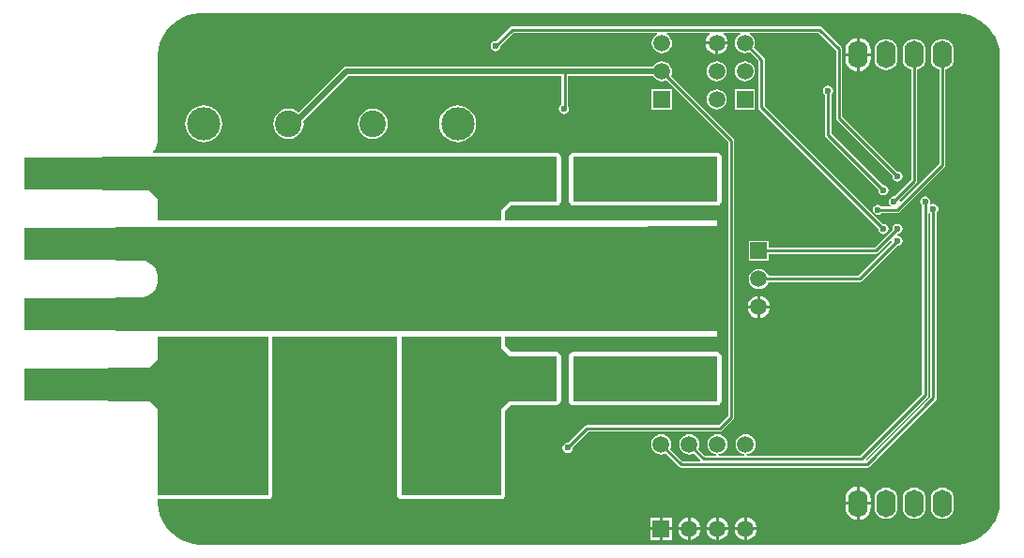
<source format=gbl>
G04*
G04 #@! TF.GenerationSoftware,Altium Limited,Altium Designer,18.1.9 (240)*
G04*
G04 Layer_Physical_Order=2*
G04 Layer_Color=16711680*
%FSLAX25Y25*%
%MOIN*%
G70*
G01*
G75*
%ADD13C,0.01000*%
%ADD51C,0.02000*%
%ADD52R,0.04921X0.11800*%
%ADD55C,0.02362*%
%ADD56R,0.05906X0.05906*%
%ADD57C,0.05906*%
%ADD58R,0.31496X0.11811*%
%ADD59C,0.09449*%
%ADD60C,0.11811*%
%ADD61O,0.18898X0.09449*%
%ADD62O,0.06890X0.09843*%
%ADD63R,0.04921X0.11806*%
%ADD64R,0.24606X0.37205*%
G36*
X149606Y27559D02*
X132874D01*
X129921Y24606D01*
Y20669D01*
X7874D01*
Y28543D01*
X4921Y31600D01*
X-11811D01*
Y43299D01*
X149606D01*
Y27559D01*
D02*
G37*
G36*
X291339Y94488D02*
X292371D01*
X294418Y94219D01*
X296411Y93684D01*
X298319Y92894D01*
X300107Y91862D01*
X301744Y90606D01*
X303204Y89146D01*
X304461Y87508D01*
X305493Y85720D01*
X306283Y83813D01*
X306817Y81819D01*
X307087Y79772D01*
Y78740D01*
X307087Y78740D01*
Y-78740D01*
X307087D01*
Y-79772D01*
X306817Y-81819D01*
X306283Y-83813D01*
X305493Y-85720D01*
X304461Y-87508D01*
X303204Y-89146D01*
X301744Y-90606D01*
X300107Y-91862D01*
X298319Y-92894D01*
X296411Y-93685D01*
X294418Y-94219D01*
X292371Y-94488D01*
X22590D01*
X20543Y-94219D01*
X18549Y-93685D01*
X16642Y-92894D01*
X14854Y-91862D01*
X13216Y-90606D01*
X11757Y-89146D01*
X10500Y-87508D01*
X9468Y-85720D01*
X8678Y-83813D01*
X8144Y-81819D01*
X7874Y-79772D01*
Y-78740D01*
X8021Y-78301D01*
X27263D01*
X27269Y-78302D01*
X36718D01*
X36724Y-78301D01*
X47244D01*
X47829Y-78185D01*
X48325Y-77853D01*
X48657Y-77357D01*
X48774Y-76772D01*
Y-20669D01*
X92959D01*
Y-76772D01*
X93075Y-77357D01*
X93407Y-77853D01*
X93903Y-78185D01*
X94488Y-78301D01*
X102066D01*
X102072Y-78302D01*
X111521D01*
X111527Y-78301D01*
X129921D01*
X130507Y-78185D01*
X131003Y-77853D01*
X131334Y-77357D01*
X131451Y-76772D01*
X131451Y-46986D01*
X133506Y-44931D01*
X149248Y-44978D01*
X149249Y-44978D01*
X149250Y-44978D01*
X149542Y-44921D01*
X149833Y-44864D01*
X149834Y-44863D01*
X149835Y-44863D01*
X150083Y-44698D01*
X150330Y-44534D01*
X150331Y-44533D01*
X150332Y-44532D01*
X150686Y-44179D01*
X150687Y-44178D01*
X150688Y-44177D01*
X150852Y-43931D01*
X151018Y-43683D01*
X151019Y-43682D01*
X151019Y-43681D01*
X151077Y-43390D01*
X151136Y-43098D01*
X151135Y-43097D01*
X151136Y-43096D01*
Y-27559D01*
X151019Y-26974D01*
X150688Y-26478D01*
X150191Y-26146D01*
X149606Y-26030D01*
X133508D01*
X131451Y-23973D01*
X131451Y-20669D01*
X206693D01*
Y-18504D01*
X200360Y-18502D01*
X200182Y-18001D01*
X200907Y-17406D01*
X201769Y-16355D01*
X202411Y-15155D01*
X202806Y-13854D01*
X202890Y-13000D01*
X196000D01*
X189110D01*
X189194Y-13854D01*
X189589Y-15155D01*
X190231Y-16355D01*
X191094Y-17406D01*
X191815Y-17998D01*
X191636Y-18498D01*
X2547Y-18428D01*
X1969Y-18400D01*
Y-18400D01*
X-6874D01*
Y-13000D01*
X-23622D01*
Y-12000D01*
X-6874D01*
Y-6600D01*
X1969D01*
X2547Y-6572D01*
X3683Y-6346D01*
X4752Y-5903D01*
X5715Y-5260D01*
X6533Y-4441D01*
X7177Y-3478D01*
X7620Y-2409D01*
X7846Y-1273D01*
X7874Y-695D01*
X7874Y-695D01*
Y695D01*
X7874D01*
X7874Y695D01*
X7846Y1273D01*
X7620Y2409D01*
X7177Y3478D01*
X6533Y4441D01*
X5715Y5260D01*
X4752Y5903D01*
X3683Y6346D01*
X2547Y6572D01*
X1969Y6600D01*
Y6600D01*
X-6874D01*
Y12000D01*
X-23622D01*
Y13000D01*
X-6874D01*
Y18400D01*
X1969D01*
X2547Y18428D01*
X191636Y18498D01*
X191815Y17998D01*
X191094Y17407D01*
X190231Y16355D01*
X189589Y15155D01*
X189194Y13854D01*
X189110Y13000D01*
X196000D01*
X202890D01*
X202806Y13854D01*
X202411Y15155D01*
X201769Y16355D01*
X200907Y17407D01*
X200182Y18001D01*
X200360Y18502D01*
X206693Y18504D01*
Y20669D01*
X131451D01*
X131451Y20669D01*
Y23973D01*
X133508Y26030D01*
X149606D01*
X150191Y26146D01*
X150688Y26478D01*
X151019Y26974D01*
X151136Y27559D01*
Y43299D01*
X151019Y43885D01*
X150688Y44381D01*
X150191Y44712D01*
X149606Y44829D01*
X6456D01*
X6265Y45291D01*
X6533Y45559D01*
X7177Y46522D01*
X7620Y47591D01*
X7846Y48727D01*
X7874Y49305D01*
X7874D01*
Y78740D01*
X7874Y79772D01*
X8144Y81819D01*
X8678Y83813D01*
X9468Y85720D01*
X10500Y87508D01*
X11757Y89146D01*
X13216Y90606D01*
X14854Y91862D01*
X16642Y92894D01*
X18549Y93684D01*
X20543Y94219D01*
X22590Y94488D01*
X23622D01*
Y94488D01*
X291339D01*
X291339Y94488D01*
D02*
G37*
G36*
X129921Y-24606D02*
X132874Y-27559D01*
X149606D01*
Y-43096D01*
X149252Y-43449D01*
X132874Y-43400D01*
X129921Y-46353D01*
X129921Y-76772D01*
X94488D01*
Y-20669D01*
X129921D01*
X129921Y-24606D01*
D02*
G37*
G36*
X47244Y-76772D02*
X7874D01*
Y-46260D01*
X4921Y-43387D01*
X-9843D01*
Y-31600D01*
X4921D01*
X7874Y-28543D01*
Y-20669D01*
X47244D01*
Y-76772D01*
D02*
G37*
%LPC*%
G36*
X257154Y85618D02*
Y80224D01*
X261137D01*
Y81201D01*
X260984Y82361D01*
X260536Y83442D01*
X259824Y84371D01*
X258895Y85083D01*
X257814Y85531D01*
X257154Y85618D01*
D02*
G37*
G36*
X256154D02*
X255493Y85531D01*
X254412Y85083D01*
X253484Y84371D01*
X252771Y83442D01*
X252323Y82361D01*
X252170Y81201D01*
Y80224D01*
X256154D01*
Y85618D01*
D02*
G37*
G36*
X210456Y83319D02*
X207035D01*
Y79898D01*
X207567Y79968D01*
X208529Y80366D01*
X209355Y81000D01*
X209988Y81826D01*
X210386Y82787D01*
X210456Y83319D01*
D02*
G37*
G36*
X206035D02*
X202614D01*
X202684Y82787D01*
X203083Y81826D01*
X203716Y81000D01*
X204542Y80366D01*
X205504Y79968D01*
X206035Y79898D01*
Y83319D01*
D02*
G37*
G36*
X266654Y85281D02*
X265598Y85142D01*
X264614Y84734D01*
X263769Y84086D01*
X263120Y83241D01*
X262713Y82257D01*
X262574Y81201D01*
Y78248D01*
X262713Y77192D01*
X263120Y76208D01*
X263769Y75363D01*
X264614Y74715D01*
X265598Y74307D01*
X266654Y74168D01*
X267709Y74307D01*
X268693Y74715D01*
X269538Y75363D01*
X270187Y76208D01*
X270594Y77192D01*
X270733Y78248D01*
Y81201D01*
X270594Y82257D01*
X270187Y83241D01*
X269538Y84086D01*
X268693Y84734D01*
X267709Y85142D01*
X266654Y85281D01*
D02*
G37*
G36*
X261137Y79224D02*
X257154D01*
Y73831D01*
X257814Y73918D01*
X258895Y74366D01*
X259824Y75078D01*
X260536Y76006D01*
X260984Y77088D01*
X261137Y78248D01*
Y79224D01*
D02*
G37*
G36*
X256154D02*
X252170D01*
Y78248D01*
X252323Y77088D01*
X252771Y76006D01*
X253484Y75078D01*
X254412Y74366D01*
X255493Y73918D01*
X256154Y73831D01*
Y79224D01*
D02*
G37*
G36*
X216535Y77402D02*
X215608Y77280D01*
X214744Y76922D01*
X214002Y76353D01*
X213432Y75611D01*
X213074Y74746D01*
X212952Y73819D01*
X213074Y72891D01*
X213432Y72027D01*
X214002Y71285D01*
X214744Y70716D01*
X215608Y70358D01*
X216535Y70236D01*
X217463Y70358D01*
X218327Y70716D01*
X219069Y71285D01*
X219639Y72027D01*
X219997Y72891D01*
X220119Y73819D01*
X219997Y74746D01*
X219639Y75611D01*
X219069Y76353D01*
X218327Y76922D01*
X217463Y77280D01*
X216535Y77402D01*
D02*
G37*
G36*
X206535D02*
X205608Y77280D01*
X204744Y76922D01*
X204002Y76353D01*
X203432Y75611D01*
X203074Y74746D01*
X202952Y73819D01*
X203074Y72891D01*
X203432Y72027D01*
X204002Y71285D01*
X204744Y70716D01*
X205608Y70358D01*
X206535Y70236D01*
X207463Y70358D01*
X208327Y70716D01*
X209069Y71285D01*
X209639Y72027D01*
X209997Y72891D01*
X210119Y73819D01*
X209997Y74746D01*
X209639Y75611D01*
X209069Y76353D01*
X208327Y76922D01*
X207463Y77280D01*
X206535Y77402D01*
D02*
G37*
G36*
X220088Y67372D02*
X212983D01*
Y60266D01*
X220088D01*
Y67372D01*
D02*
G37*
G36*
X190561D02*
X183455D01*
Y60266D01*
X190561D01*
Y67372D01*
D02*
G37*
G36*
X206535Y67402D02*
X205608Y67280D01*
X204744Y66922D01*
X204002Y66353D01*
X203432Y65611D01*
X203074Y64746D01*
X202952Y63819D01*
X203074Y62891D01*
X203432Y62027D01*
X204002Y61285D01*
X204744Y60716D01*
X205608Y60358D01*
X206535Y60236D01*
X207463Y60358D01*
X208327Y60716D01*
X209069Y61285D01*
X209639Y62027D01*
X209997Y62891D01*
X210119Y63819D01*
X209997Y64746D01*
X209639Y65611D01*
X209069Y66353D01*
X208327Y66922D01*
X207463Y67280D01*
X206535Y67402D01*
D02*
G37*
G36*
X84355Y60488D02*
X82965Y60306D01*
X81670Y59769D01*
X80558Y58916D01*
X79705Y57803D01*
X79168Y56508D01*
X78985Y55118D01*
X79168Y53728D01*
X79705Y52433D01*
X80558Y51321D01*
X81670Y50467D01*
X82965Y49931D01*
X84355Y49748D01*
X85745Y49931D01*
X87041Y50467D01*
X88153Y51321D01*
X89006Y52433D01*
X89543Y53728D01*
X89726Y55118D01*
X89543Y56508D01*
X89006Y57803D01*
X88153Y58916D01*
X87041Y59769D01*
X85745Y60306D01*
X84355Y60488D01*
D02*
G37*
G36*
X114473Y61655D02*
X113198Y61529D01*
X111972Y61158D01*
X110842Y60553D01*
X109851Y59741D01*
X109038Y58750D01*
X108434Y57620D01*
X108062Y56393D01*
X107937Y55118D01*
X108062Y53843D01*
X108434Y52617D01*
X109038Y51486D01*
X109851Y50496D01*
X110842Y49683D01*
X111972Y49079D01*
X113198Y48707D01*
X114473Y48581D01*
X115749Y48707D01*
X116975Y49079D01*
X118105Y49683D01*
X119096Y50496D01*
X119909Y51486D01*
X120513Y52617D01*
X120885Y53843D01*
X121010Y55118D01*
X120885Y56393D01*
X120513Y57620D01*
X119909Y58750D01*
X119096Y59741D01*
X118105Y60553D01*
X116975Y61158D01*
X115749Y61529D01*
X114473Y61655D01*
D02*
G37*
G36*
X24316D02*
X23041Y61529D01*
X21814Y61158D01*
X20684Y60553D01*
X19694Y59741D01*
X18881Y58750D01*
X18277Y57620D01*
X17905Y56393D01*
X17779Y55118D01*
X17905Y53843D01*
X18277Y52617D01*
X18881Y51486D01*
X19694Y50496D01*
X20684Y49683D01*
X21814Y49079D01*
X23041Y48707D01*
X24316Y48581D01*
X25591Y48707D01*
X26818Y49079D01*
X27948Y49683D01*
X28938Y50496D01*
X29751Y51486D01*
X30356Y52617D01*
X30727Y53843D01*
X30853Y55118D01*
X30727Y56393D01*
X30356Y57620D01*
X29751Y58750D01*
X28938Y59741D01*
X27948Y60553D01*
X26818Y61158D01*
X25591Y61529D01*
X24316Y61655D01*
D02*
G37*
G36*
X243110Y89704D02*
X243110Y89704D01*
X133858D01*
X133429Y89619D01*
X133065Y89376D01*
X133065Y89376D01*
X128145Y84455D01*
X127953Y84493D01*
X127258Y84355D01*
X126669Y83961D01*
X126275Y83372D01*
X126137Y82677D01*
X126275Y81982D01*
X126669Y81393D01*
X127258Y80999D01*
X127953Y80861D01*
X128648Y80999D01*
X129237Y81393D01*
X129630Y81982D01*
X129769Y82677D01*
X129731Y82869D01*
X134323Y87461D01*
X185211D01*
X185310Y86961D01*
X185216Y86922D01*
X184474Y86353D01*
X183905Y85611D01*
X183547Y84746D01*
X183424Y83819D01*
X183547Y82891D01*
X183905Y82027D01*
X184474Y81285D01*
X185216Y80716D01*
X186080Y80358D01*
X187008Y80235D01*
X187935Y80358D01*
X188800Y80716D01*
X189542Y81285D01*
X190111Y82027D01*
X190469Y82891D01*
X190591Y83819D01*
X190469Y84746D01*
X190111Y85611D01*
X189542Y86353D01*
X188800Y86922D01*
X188706Y86961D01*
X188805Y87461D01*
X203968D01*
X204137Y86961D01*
X203716Y86638D01*
X203083Y85812D01*
X202684Y84851D01*
X202614Y84319D01*
X206535D01*
X210456D01*
X210386Y84851D01*
X209988Y85812D01*
X209355Y86638D01*
X208933Y86961D01*
X209103Y87461D01*
X214738D01*
X214838Y86961D01*
X214744Y86922D01*
X214002Y86353D01*
X213432Y85611D01*
X213074Y84746D01*
X212952Y83819D01*
X213074Y82891D01*
X213432Y82027D01*
X214002Y81285D01*
X214744Y80716D01*
X215608Y80358D01*
X216535Y80235D01*
X217463Y80358D01*
X218133Y80635D01*
X221319Y77449D01*
Y61024D01*
X221319Y61024D01*
X221405Y60594D01*
X221648Y60231D01*
X263970Y17908D01*
X263932Y17717D01*
X264070Y17022D01*
X264464Y16432D01*
X265053Y16039D01*
X265748Y15901D01*
X266443Y16039D01*
X267032Y16432D01*
X267426Y17022D01*
X267564Y17717D01*
X267426Y18411D01*
X267032Y19001D01*
X266443Y19394D01*
X265748Y19533D01*
X265556Y19494D01*
X223563Y61488D01*
Y77913D01*
X223477Y78343D01*
X223234Y78706D01*
X223234Y78707D01*
X219719Y82221D01*
X219997Y82891D01*
X220119Y83819D01*
X219997Y84746D01*
X219639Y85611D01*
X219069Y86353D01*
X218327Y86922D01*
X218233Y86961D01*
X218333Y87461D01*
X242646D01*
X248879Y81228D01*
Y57087D01*
X248878Y57087D01*
X248964Y56657D01*
X249207Y56294D01*
X268891Y36609D01*
X268853Y36417D01*
X268991Y35722D01*
X269385Y35133D01*
X269974Y34740D01*
X270669Y34601D01*
X271364Y34740D01*
X271953Y35133D01*
X272347Y35722D01*
X272485Y36417D01*
X272347Y37112D01*
X271953Y37701D01*
X271364Y38095D01*
X270669Y38233D01*
X270478Y38195D01*
X251121Y57551D01*
Y81693D01*
X251122Y81693D01*
X251036Y82122D01*
X250793Y82486D01*
X250793Y82486D01*
X243903Y89376D01*
X243539Y89619D01*
X243110Y89704D01*
D02*
G37*
G36*
X246063Y68745D02*
X245368Y68607D01*
X244779Y68213D01*
X244385Y67624D01*
X244247Y66929D01*
X244385Y66234D01*
X244779Y65645D01*
X244941Y65536D01*
Y51181D01*
X244941Y51181D01*
X245027Y50752D01*
X245270Y50388D01*
X263970Y31688D01*
X263932Y31496D01*
X264070Y30801D01*
X264464Y30212D01*
X265053Y29818D01*
X265748Y29680D01*
X266443Y29818D01*
X267032Y30212D01*
X267426Y30801D01*
X267564Y31496D01*
X267426Y32191D01*
X267032Y32780D01*
X266443Y33174D01*
X265748Y33312D01*
X265556Y33274D01*
X247184Y51646D01*
Y65536D01*
X247347Y65645D01*
X247741Y66234D01*
X247879Y66929D01*
X247741Y67624D01*
X247347Y68213D01*
X246758Y68607D01*
X246063Y68745D01*
D02*
G37*
G36*
X286654Y85281D02*
X285598Y85142D01*
X284614Y84734D01*
X283769Y84086D01*
X283120Y83241D01*
X282713Y82257D01*
X282574Y81201D01*
Y78248D01*
X282713Y77192D01*
X283120Y76208D01*
X283769Y75363D01*
X284614Y74715D01*
X285532Y74335D01*
Y41055D01*
X271917Y27440D01*
X271390Y27621D01*
X271355Y27902D01*
X277447Y33993D01*
X277690Y34357D01*
X277775Y34786D01*
X277775Y34786D01*
Y74335D01*
X278694Y74715D01*
X279538Y75363D01*
X280187Y76208D01*
X280594Y77192D01*
X280733Y78248D01*
Y81201D01*
X280594Y82257D01*
X280187Y83241D01*
X279538Y84086D01*
X278694Y84734D01*
X277710Y85142D01*
X276654Y85281D01*
X275598Y85142D01*
X274614Y84734D01*
X273769Y84086D01*
X273120Y83241D01*
X272713Y82257D01*
X272574Y81201D01*
Y78248D01*
X272713Y77192D01*
X273120Y76208D01*
X273769Y75363D01*
X274614Y74715D01*
X275532Y74335D01*
Y35251D01*
X269618Y29337D01*
X269426Y29375D01*
X268731Y29237D01*
X268142Y28843D01*
X267749Y28254D01*
X267610Y27559D01*
X267749Y26864D01*
X268142Y26275D01*
X268213Y26228D01*
X268061Y25728D01*
X265172D01*
X265064Y25890D01*
X264475Y26284D01*
X263779Y26422D01*
X263085Y26284D01*
X262495Y25890D01*
X262102Y25301D01*
X261964Y24606D01*
X262102Y23911D01*
X262495Y23322D01*
X263085Y22929D01*
X263779Y22790D01*
X264475Y22929D01*
X265064Y23322D01*
X265172Y23485D01*
X270669D01*
X270669Y23485D01*
X271098Y23570D01*
X271462Y23813D01*
X287447Y39797D01*
X287690Y40161D01*
X287775Y40591D01*
X287775Y40591D01*
Y74335D01*
X288693Y74715D01*
X289538Y75363D01*
X290187Y76208D01*
X290594Y77192D01*
X290733Y78248D01*
Y81201D01*
X290594Y82257D01*
X290187Y83241D01*
X289538Y84086D01*
X288693Y84734D01*
X287709Y85142D01*
X286654Y85281D01*
D02*
G37*
G36*
X196000Y44941D02*
X195879Y44929D01*
X155610D01*
X155025Y44813D01*
X154529Y44481D01*
X154197Y43985D01*
X154081Y43400D01*
Y27559D01*
X154197Y26974D01*
X154529Y26478D01*
X155025Y26146D01*
X155610Y26030D01*
X206693D01*
X207278Y26146D01*
X207774Y26478D01*
X208106Y26974D01*
X208222Y27559D01*
Y43400D01*
X208106Y43985D01*
X207774Y44481D01*
X207278Y44813D01*
X206693Y44929D01*
X196122D01*
X196000Y44941D01*
D02*
G37*
G36*
X270669Y19533D02*
X269974Y19394D01*
X269385Y19001D01*
X268991Y18411D01*
X268853Y17717D01*
X268891Y17525D01*
X262488Y11122D01*
X225009D01*
Y13553D01*
X217904D01*
Y6447D01*
X225009D01*
Y8878D01*
X262953D01*
X262953Y8878D01*
X263382Y8964D01*
X263746Y9207D01*
X268264Y13725D01*
X268764Y13518D01*
X268798Y13186D01*
X256734Y1122D01*
X224838D01*
X224560Y1792D01*
X223991Y2534D01*
X223248Y3103D01*
X222384Y3461D01*
X221457Y3583D01*
X220529Y3461D01*
X219665Y3103D01*
X218923Y2534D01*
X218353Y1792D01*
X217995Y927D01*
X217873Y0D01*
X217995Y-927D01*
X218353Y-1792D01*
X218923Y-2534D01*
X219665Y-3103D01*
X220529Y-3461D01*
X221457Y-3583D01*
X222384Y-3461D01*
X223248Y-3103D01*
X223991Y-2534D01*
X224560Y-1792D01*
X224838Y-1122D01*
X257199D01*
X257199Y-1122D01*
X257628Y-1036D01*
X257992Y-793D01*
X270478Y11693D01*
X270669Y11655D01*
X271364Y11793D01*
X271953Y12187D01*
X272347Y12776D01*
X272485Y13471D01*
X272347Y14166D01*
X271953Y14755D01*
X271364Y15148D01*
X270861Y15249D01*
X270608Y15678D01*
X270593Y15773D01*
X270643Y15856D01*
X270715Y15910D01*
X271364Y16039D01*
X271953Y16432D01*
X272347Y17022D01*
X272485Y17717D01*
X272347Y18411D01*
X271953Y19001D01*
X271364Y19394D01*
X270669Y19533D01*
D02*
G37*
G36*
X195500Y12000D02*
X189110D01*
X189194Y11146D01*
X189589Y9845D01*
X190231Y8645D01*
X191094Y7593D01*
X192145Y6730D01*
X193345Y6089D01*
X194646Y5694D01*
X195500Y5610D01*
Y12000D01*
D02*
G37*
G36*
X202890D02*
X196500D01*
Y5610D01*
X197354Y5694D01*
X198655Y6089D01*
X199855Y6730D01*
X200907Y7593D01*
X201769Y8645D01*
X202411Y9845D01*
X202806Y11146D01*
X202890Y12000D01*
D02*
G37*
G36*
X221957Y-6079D02*
Y-9500D01*
X225378D01*
X225308Y-8968D01*
X224909Y-8007D01*
X224276Y-7181D01*
X223450Y-6547D01*
X222489Y-6149D01*
X221957Y-6079D01*
D02*
G37*
G36*
X220957D02*
X220425Y-6149D01*
X219463Y-6547D01*
X218638Y-7181D01*
X218004Y-8007D01*
X217606Y-8968D01*
X217536Y-9500D01*
X220957D01*
Y-6079D01*
D02*
G37*
G36*
X196500Y-5610D02*
Y-12000D01*
X202890D01*
X202806Y-11146D01*
X202411Y-9845D01*
X201769Y-8645D01*
X200907Y-7593D01*
X199855Y-6730D01*
X198655Y-6089D01*
X197354Y-5694D01*
X196500Y-5610D01*
D02*
G37*
G36*
X195500Y-5610D02*
X194646Y-5694D01*
X193345Y-6089D01*
X192145Y-6730D01*
X191094Y-7593D01*
X190231Y-8645D01*
X189589Y-9845D01*
X189194Y-11146D01*
X189110Y-12000D01*
X195500D01*
Y-5610D01*
D02*
G37*
G36*
X220957Y-10500D02*
X217536D01*
X217606Y-11032D01*
X218004Y-11993D01*
X218638Y-12819D01*
X219463Y-13453D01*
X220425Y-13851D01*
X220957Y-13921D01*
Y-10500D01*
D02*
G37*
G36*
X225378D02*
X221957D01*
Y-13921D01*
X222489Y-13851D01*
X223450Y-13453D01*
X224276Y-12819D01*
X224909Y-11993D01*
X225308Y-11032D01*
X225378Y-10500D01*
D02*
G37*
G36*
X206693Y-26030D02*
X155512D01*
X154927Y-26146D01*
X154430Y-26478D01*
X154099Y-26974D01*
X153982Y-27559D01*
Y-43400D01*
X154099Y-43985D01*
X154430Y-44481D01*
X154927Y-44813D01*
X155512Y-44929D01*
X195879D01*
X196000Y-44941D01*
X196121Y-44929D01*
X206693D01*
X207278Y-44813D01*
X207774Y-44481D01*
X208106Y-43985D01*
X208222Y-43400D01*
Y-27559D01*
X208106Y-26974D01*
X207774Y-26478D01*
X207278Y-26146D01*
X206693Y-26030D01*
D02*
G37*
G36*
X187008Y77402D02*
X186080Y77280D01*
X185216Y76922D01*
X184474Y76353D01*
X183905Y75611D01*
X183838Y75450D01*
X75000D01*
X74376Y75326D01*
X73847Y74972D01*
X57982Y59107D01*
X57119Y59769D01*
X55824Y60306D01*
X54434Y60488D01*
X53044Y60306D01*
X51749Y59769D01*
X50637Y58916D01*
X49783Y57803D01*
X49247Y56508D01*
X49064Y55118D01*
X49247Y53728D01*
X49783Y52433D01*
X50637Y51321D01*
X51749Y50467D01*
X53044Y49931D01*
X54434Y49748D01*
X55824Y49931D01*
X57119Y50467D01*
X58232Y51321D01*
X59085Y52433D01*
X59622Y53728D01*
X59805Y55118D01*
X59665Y56177D01*
X75676Y72188D01*
X151437D01*
Y61925D01*
X150980Y61619D01*
X150586Y61030D01*
X150448Y60335D01*
X150586Y59640D01*
X150980Y59051D01*
X151569Y58657D01*
X152264Y58519D01*
X152959Y58657D01*
X153548Y59051D01*
X153942Y59640D01*
X154080Y60335D01*
X153942Y61030D01*
X153681Y61420D01*
Y72188D01*
X183838D01*
X183905Y72027D01*
X184474Y71285D01*
X185216Y70716D01*
X186080Y70358D01*
X187008Y70236D01*
X187935Y70358D01*
X188605Y70635D01*
X210493Y48748D01*
Y-48748D01*
X207213Y-52028D01*
X160433D01*
X160004Y-52113D01*
X159640Y-52357D01*
X159640Y-52357D01*
X153735Y-58262D01*
X153543Y-58223D01*
X152848Y-58362D01*
X152259Y-58755D01*
X151866Y-59344D01*
X151727Y-60039D01*
X151866Y-60734D01*
X152259Y-61323D01*
X152848Y-61717D01*
X153543Y-61855D01*
X154238Y-61717D01*
X154827Y-61323D01*
X155221Y-60734D01*
X155359Y-60039D01*
X155321Y-59848D01*
X160898Y-54271D01*
X207677D01*
X207677Y-54271D01*
X208106Y-54186D01*
X208470Y-53943D01*
X212407Y-50006D01*
X212407Y-50006D01*
X212650Y-49642D01*
X212736Y-49213D01*
Y49213D01*
X212650Y49642D01*
X212407Y50006D01*
X212407Y50006D01*
X190192Y72221D01*
X190469Y72891D01*
X190591Y73819D01*
X190469Y74746D01*
X190111Y75611D01*
X189542Y76353D01*
X188800Y76922D01*
X187935Y77280D01*
X187008Y77402D01*
D02*
G37*
G36*
X280512Y29375D02*
X279817Y29237D01*
X279228Y28843D01*
X278834Y28254D01*
X278696Y27559D01*
X278834Y26864D01*
X279228Y26275D01*
X279390Y26166D01*
Y-40874D01*
X257409Y-62855D01*
X217165D01*
X217132Y-62355D01*
X217699Y-62280D01*
X218563Y-61922D01*
X219305Y-61353D01*
X219875Y-60611D01*
X220233Y-59746D01*
X220355Y-58819D01*
X220233Y-57891D01*
X219875Y-57027D01*
X219305Y-56285D01*
X218563Y-55716D01*
X217699Y-55358D01*
X216772Y-55235D01*
X215844Y-55358D01*
X214980Y-55716D01*
X214238Y-56285D01*
X213668Y-57027D01*
X213310Y-57891D01*
X213188Y-58819D01*
X213310Y-59746D01*
X213668Y-60611D01*
X214238Y-61353D01*
X214980Y-61922D01*
X215844Y-62280D01*
X216411Y-62355D01*
X216378Y-62855D01*
X207165D01*
X207132Y-62355D01*
X207699Y-62280D01*
X208563Y-61922D01*
X209306Y-61353D01*
X209875Y-60611D01*
X210233Y-59746D01*
X210355Y-58819D01*
X210233Y-57891D01*
X209875Y-57027D01*
X209306Y-56285D01*
X208563Y-55716D01*
X207699Y-55358D01*
X206772Y-55235D01*
X205844Y-55358D01*
X204980Y-55716D01*
X204238Y-56285D01*
X203668Y-57027D01*
X203310Y-57891D01*
X203188Y-58819D01*
X203310Y-59746D01*
X203668Y-60611D01*
X204238Y-61353D01*
X204980Y-61922D01*
X205844Y-62280D01*
X206411Y-62355D01*
X206378Y-62855D01*
X202394D01*
X199955Y-60417D01*
X200233Y-59746D01*
X200355Y-58819D01*
X200233Y-57891D01*
X199875Y-57027D01*
X199305Y-56285D01*
X198563Y-55716D01*
X197699Y-55358D01*
X196772Y-55235D01*
X195844Y-55358D01*
X194980Y-55716D01*
X194238Y-56285D01*
X193668Y-57027D01*
X193310Y-57891D01*
X193188Y-58819D01*
X193310Y-59746D01*
X193668Y-60611D01*
X194238Y-61353D01*
X194980Y-61922D01*
X195844Y-62280D01*
X196772Y-62402D01*
X197699Y-62280D01*
X198369Y-62003D01*
X200690Y-64323D01*
X200483Y-64823D01*
X194362D01*
X189955Y-60417D01*
X190233Y-59746D01*
X190355Y-58819D01*
X190233Y-57891D01*
X189875Y-57027D01*
X189305Y-56285D01*
X188563Y-55716D01*
X187699Y-55358D01*
X186772Y-55235D01*
X185844Y-55358D01*
X184980Y-55716D01*
X184238Y-56285D01*
X183668Y-57027D01*
X183310Y-57891D01*
X183188Y-58819D01*
X183310Y-59746D01*
X183668Y-60611D01*
X184238Y-61353D01*
X184980Y-61922D01*
X185844Y-62280D01*
X186772Y-62402D01*
X187699Y-62280D01*
X188369Y-62003D01*
X193105Y-66738D01*
X193105Y-66738D01*
X193468Y-66981D01*
X193898Y-67066D01*
X193898Y-67066D01*
X259842D01*
X259842Y-67066D01*
X260272Y-66981D01*
X260636Y-66738D01*
X284258Y-43116D01*
X284258Y-43116D01*
X284501Y-42752D01*
X284586Y-42323D01*
Y23522D01*
X284749Y23631D01*
X285142Y24220D01*
X285281Y24915D01*
X285142Y25610D01*
X284749Y26199D01*
X284159Y26593D01*
X283465Y26731D01*
X282770Y26593D01*
X282481Y26400D01*
X282120Y26760D01*
X282190Y26864D01*
X282328Y27559D01*
X282190Y28254D01*
X281796Y28843D01*
X281207Y29237D01*
X280512Y29375D01*
D02*
G37*
G36*
X257154Y-73831D02*
Y-79224D01*
X261137D01*
Y-78248D01*
X260984Y-77088D01*
X260536Y-76006D01*
X259824Y-75078D01*
X258895Y-74365D01*
X257814Y-73918D01*
X257154Y-73831D01*
D02*
G37*
G36*
X256154Y-73831D02*
X255493Y-73918D01*
X254412Y-74365D01*
X253484Y-75078D01*
X252771Y-76006D01*
X252323Y-77088D01*
X252170Y-78248D01*
Y-79224D01*
X256154D01*
Y-73831D01*
D02*
G37*
G36*
X286654Y-74168D02*
X285598Y-74307D01*
X284614Y-74715D01*
X283769Y-75363D01*
X283120Y-76208D01*
X282713Y-77192D01*
X282574Y-78248D01*
Y-81201D01*
X282713Y-82257D01*
X283120Y-83241D01*
X283769Y-84086D01*
X284614Y-84734D01*
X285598Y-85141D01*
X286654Y-85281D01*
X287710Y-85141D01*
X288694Y-84734D01*
X289539Y-84086D01*
X290187Y-83241D01*
X290595Y-82257D01*
X290734Y-81201D01*
Y-78248D01*
X290595Y-77192D01*
X290187Y-76208D01*
X289539Y-75363D01*
X288694Y-74715D01*
X287710Y-74307D01*
X286654Y-74168D01*
D02*
G37*
G36*
X276654D02*
X275598Y-74307D01*
X274614Y-74715D01*
X273769Y-75363D01*
X273120Y-76208D01*
X272713Y-77192D01*
X272574Y-78248D01*
Y-81201D01*
X272713Y-82257D01*
X273120Y-83241D01*
X273769Y-84086D01*
X274614Y-84734D01*
X275598Y-85141D01*
X276654Y-85281D01*
X277710Y-85141D01*
X278694Y-84734D01*
X279538Y-84086D01*
X280187Y-83241D01*
X280594Y-82257D01*
X280733Y-81201D01*
Y-78248D01*
X280594Y-77192D01*
X280187Y-76208D01*
X279538Y-75363D01*
X278694Y-74715D01*
X277710Y-74307D01*
X276654Y-74168D01*
D02*
G37*
G36*
X266654D02*
X265598Y-74307D01*
X264614Y-74715D01*
X263769Y-75363D01*
X263121Y-76208D01*
X262713Y-77192D01*
X262574Y-78248D01*
Y-81201D01*
X262713Y-82257D01*
X263121Y-83241D01*
X263769Y-84086D01*
X264614Y-84734D01*
X265598Y-85141D01*
X266654Y-85281D01*
X267710Y-85141D01*
X268694Y-84734D01*
X269538Y-84086D01*
X270187Y-83241D01*
X270595Y-82257D01*
X270733Y-81201D01*
Y-78248D01*
X270595Y-77192D01*
X270187Y-76208D01*
X269538Y-75363D01*
X268694Y-74715D01*
X267710Y-74307D01*
X266654Y-74168D01*
D02*
G37*
G36*
X261137Y-80224D02*
X257154D01*
Y-85618D01*
X257814Y-85531D01*
X258895Y-85083D01*
X259824Y-84371D01*
X260536Y-83442D01*
X260984Y-82361D01*
X261137Y-81201D01*
Y-80224D01*
D02*
G37*
G36*
X256154D02*
X252170D01*
Y-81201D01*
X252323Y-82361D01*
X252771Y-83442D01*
X253484Y-84371D01*
X254412Y-85083D01*
X255493Y-85531D01*
X256154Y-85618D01*
Y-80224D01*
D02*
G37*
G36*
X217272Y-84898D02*
Y-88319D01*
X220693D01*
X220623Y-87787D01*
X220224Y-86826D01*
X219591Y-86000D01*
X218765Y-85366D01*
X217804Y-84968D01*
X217272Y-84898D01*
D02*
G37*
G36*
X207272D02*
Y-88319D01*
X210693D01*
X210623Y-87787D01*
X210224Y-86826D01*
X209591Y-86000D01*
X208765Y-85366D01*
X207804Y-84968D01*
X207272Y-84898D01*
D02*
G37*
G36*
X197272D02*
Y-88319D01*
X200693D01*
X200623Y-87787D01*
X200224Y-86826D01*
X199591Y-86000D01*
X198765Y-85366D01*
X197803Y-84968D01*
X197272Y-84898D01*
D02*
G37*
G36*
X190724Y-84866D02*
X187272D01*
Y-88319D01*
X190724D01*
Y-84866D01*
D02*
G37*
G36*
X216272Y-84898D02*
X215740Y-84968D01*
X214778Y-85366D01*
X213952Y-86000D01*
X213319Y-86826D01*
X212921Y-87787D01*
X212851Y-88319D01*
X216272D01*
Y-84898D01*
D02*
G37*
G36*
X206272D02*
X205740Y-84968D01*
X204778Y-85366D01*
X203953Y-86000D01*
X203319Y-86826D01*
X202921Y-87787D01*
X202851Y-88319D01*
X206272D01*
Y-84898D01*
D02*
G37*
G36*
X196272D02*
X195740Y-84968D01*
X194778Y-85366D01*
X193953Y-86000D01*
X193319Y-86826D01*
X192921Y-87787D01*
X192851Y-88319D01*
X196272D01*
Y-84898D01*
D02*
G37*
G36*
X186272Y-84866D02*
X182819D01*
Y-88319D01*
X186272D01*
Y-84866D01*
D02*
G37*
G36*
X216272Y-89319D02*
X212851D01*
X212921Y-89851D01*
X213319Y-90812D01*
X213952Y-91638D01*
X214778Y-92272D01*
X215740Y-92670D01*
X216272Y-92740D01*
Y-89319D01*
D02*
G37*
G36*
X206272D02*
X202851D01*
X202921Y-89851D01*
X203319Y-90812D01*
X203953Y-91638D01*
X204778Y-92272D01*
X205740Y-92670D01*
X206272Y-92740D01*
Y-89319D01*
D02*
G37*
G36*
X196272D02*
X192851D01*
X192921Y-89851D01*
X193319Y-90812D01*
X193953Y-91638D01*
X194778Y-92272D01*
X195740Y-92670D01*
X196272Y-92740D01*
Y-89319D01*
D02*
G37*
G36*
X200693D02*
X197272D01*
Y-92740D01*
X197803Y-92670D01*
X198765Y-92272D01*
X199591Y-91638D01*
X200224Y-90812D01*
X200623Y-89851D01*
X200693Y-89319D01*
D02*
G37*
G36*
X220693D02*
X217272D01*
Y-92740D01*
X217804Y-92670D01*
X218765Y-92272D01*
X219591Y-91638D01*
X220224Y-90812D01*
X220623Y-89851D01*
X220693Y-89319D01*
D02*
G37*
G36*
X210693D02*
X207272D01*
Y-92740D01*
X207804Y-92670D01*
X208765Y-92272D01*
X209591Y-91638D01*
X210224Y-90812D01*
X210623Y-89851D01*
X210693Y-89319D01*
D02*
G37*
G36*
X190724D02*
X187272D01*
Y-92772D01*
X190724D01*
Y-89319D01*
D02*
G37*
G36*
X186272D02*
X182819D01*
Y-92772D01*
X186272D01*
Y-89319D01*
D02*
G37*
%LPD*%
G36*
X206693Y27559D02*
X155610D01*
Y43400D01*
X206693D01*
Y27559D01*
D02*
G37*
G36*
Y-43400D02*
X155512D01*
Y-27559D01*
X206693D01*
Y-43400D01*
D02*
G37*
G36*
X282343Y23276D02*
Y-41858D01*
X259720Y-64481D01*
X259672Y-64472D01*
X259507Y-63929D01*
X281305Y-42132D01*
X281305Y-42132D01*
X281548Y-41768D01*
X281633Y-41339D01*
Y23190D01*
X282133Y23437D01*
X282343Y23276D01*
D02*
G37*
D13*
X133858Y88583D02*
X243110D01*
X127953Y82677D02*
X133858Y88583D01*
X160433Y-53150D02*
X207677D01*
X153543Y-60039D02*
X160433Y-53150D01*
X262953Y10000D02*
X270669Y17717D01*
X221457Y10000D02*
X262953D01*
X221457Y0D02*
X257199D01*
X270669Y13471D01*
X243110Y88583D02*
X250000Y81693D01*
X259842Y-65945D02*
X283465Y-42323D01*
X193898Y-65945D02*
X259842D01*
X186772Y-58819D02*
X193898Y-65945D01*
X280512Y-41339D02*
Y27559D01*
X257874Y-63976D02*
X280512Y-41339D01*
X201929Y-63976D02*
X257874D01*
X196772Y-58819D02*
X201929Y-63976D01*
X283465Y-42323D02*
Y24915D01*
X270669Y24606D02*
X286654Y40591D01*
X263779Y24606D02*
X270669D01*
X286654Y40591D02*
Y79724D01*
X269426Y27559D02*
X276654Y34786D01*
Y79724D01*
X250000Y57087D02*
X270669Y36417D01*
X250000Y57087D02*
Y81693D01*
X246063Y51181D02*
X265748Y31496D01*
X246063Y51181D02*
Y66929D01*
X207677Y-53150D02*
X211614Y-49213D01*
X187008Y73819D02*
X211614Y49213D01*
Y-49213D02*
Y49213D01*
X216535Y83819D02*
X222441Y77913D01*
Y61024D02*
Y77913D01*
Y61024D02*
X265748Y17717D01*
X152559Y60630D02*
Y73819D01*
X152264Y60335D02*
X152559Y60630D01*
D51*
X55906Y54724D02*
X75000Y73819D01*
X152559D01*
X187008D01*
D52*
X-7382Y12500D02*
D03*
D55*
X172244Y-31496D02*
D03*
Y-35433D02*
D03*
Y-39370D02*
D03*
X175197Y-41339D02*
D03*
Y-37402D02*
D03*
Y-33465D02*
D03*
Y-29528D02*
D03*
X132874Y-31496D02*
D03*
Y-35433D02*
D03*
Y-39370D02*
D03*
X129921Y-41339D02*
D03*
Y-37402D02*
D03*
Y-33465D02*
D03*
Y-29528D02*
D03*
X132874Y39370D02*
D03*
Y35433D02*
D03*
Y31496D02*
D03*
X129921Y29528D02*
D03*
Y33465D02*
D03*
Y37402D02*
D03*
Y41339D02*
D03*
X175197D02*
D03*
Y37402D02*
D03*
Y33465D02*
D03*
Y29528D02*
D03*
X172244Y31496D02*
D03*
Y35433D02*
D03*
Y39370D02*
D03*
X-37402Y41437D02*
D03*
Y33563D02*
D03*
X-9843D02*
D03*
Y41437D02*
D03*
X-14764Y33563D02*
D03*
Y41437D02*
D03*
X-19685Y33563D02*
D03*
Y41437D02*
D03*
X-23622Y33563D02*
D03*
Y41437D02*
D03*
X-27559Y33563D02*
D03*
Y41437D02*
D03*
X-32480Y33563D02*
D03*
Y41437D02*
D03*
X-37402Y37500D02*
D03*
X-9843D02*
D03*
Y-16437D02*
D03*
Y-8563D02*
D03*
X-37402D02*
D03*
Y-16437D02*
D03*
X-32480Y-8563D02*
D03*
Y-16437D02*
D03*
X-27559Y-8563D02*
D03*
Y-16437D02*
D03*
X-23622Y-8563D02*
D03*
Y-16437D02*
D03*
X-19685Y-8563D02*
D03*
Y-16437D02*
D03*
X-14764Y-8563D02*
D03*
Y-16437D02*
D03*
X-9843Y-12500D02*
D03*
X-37402D02*
D03*
X-9843Y8563D02*
D03*
Y16437D02*
D03*
X-37402D02*
D03*
Y8563D02*
D03*
X-32480Y16437D02*
D03*
Y8563D02*
D03*
X-27559Y16437D02*
D03*
Y8563D02*
D03*
X-23622Y16437D02*
D03*
Y8563D02*
D03*
X-19685Y16437D02*
D03*
Y8563D02*
D03*
X-14764Y16437D02*
D03*
Y8563D02*
D03*
X-9843Y12500D02*
D03*
X-37402D02*
D03*
Y-33563D02*
D03*
Y-41437D02*
D03*
X-9843D02*
D03*
Y-33563D02*
D03*
X-14764Y-41437D02*
D03*
Y-33563D02*
D03*
X-19685Y-41437D02*
D03*
Y-33563D02*
D03*
X-23622Y-41437D02*
D03*
Y-33563D02*
D03*
X-27559Y-41437D02*
D03*
Y-33563D02*
D03*
X-32480Y-41437D02*
D03*
Y-33563D02*
D03*
X-37402Y-37500D02*
D03*
X-9843D02*
D03*
X127953Y82677D02*
D03*
X153543Y-60039D02*
D03*
X270669Y17717D02*
D03*
Y13471D02*
D03*
X283465Y24915D02*
D03*
X280512Y27559D02*
D03*
X269426D02*
D03*
X270669Y36417D02*
D03*
X263779Y24606D02*
D03*
X265748Y31496D02*
D03*
X246063Y66929D02*
D03*
X152264Y60335D02*
D03*
X265748Y17717D02*
D03*
D56*
X221457Y10000D02*
D03*
X216535Y63819D02*
D03*
X187008D02*
D03*
X186772Y-88819D02*
D03*
D57*
X221457Y0D02*
D03*
Y-10000D02*
D03*
X206535Y63819D02*
D03*
X216535Y73819D02*
D03*
X206535D02*
D03*
X216535Y83819D02*
D03*
X206535D02*
D03*
X187008Y73819D02*
D03*
Y83819D02*
D03*
X216772Y-58819D02*
D03*
X206772D02*
D03*
X196772D02*
D03*
X186772D02*
D03*
X216772Y-88819D02*
D03*
X206772D02*
D03*
X196772D02*
D03*
D58*
X-23622Y37500D02*
D03*
Y-12500D02*
D03*
Y12500D02*
D03*
Y-37500D02*
D03*
D59*
X84355Y55118D02*
D03*
X54434D02*
D03*
D60*
X114473D02*
D03*
X24316D02*
D03*
X196000Y-12500D02*
D03*
Y-37500D02*
D03*
Y12500D02*
D03*
Y37500D02*
D03*
D61*
X106797Y-28740D02*
D03*
Y-72047D02*
D03*
X31993D02*
D03*
Y-28740D02*
D03*
D62*
X276654Y79724D02*
D03*
X266654D02*
D03*
X256654D02*
D03*
X286654D02*
D03*
X256654Y-79724D02*
D03*
X286654D02*
D03*
X276654D02*
D03*
X266654D02*
D03*
D63*
X-7382Y-12503D02*
D03*
D64*
X194390Y98D02*
D03*
M02*

</source>
